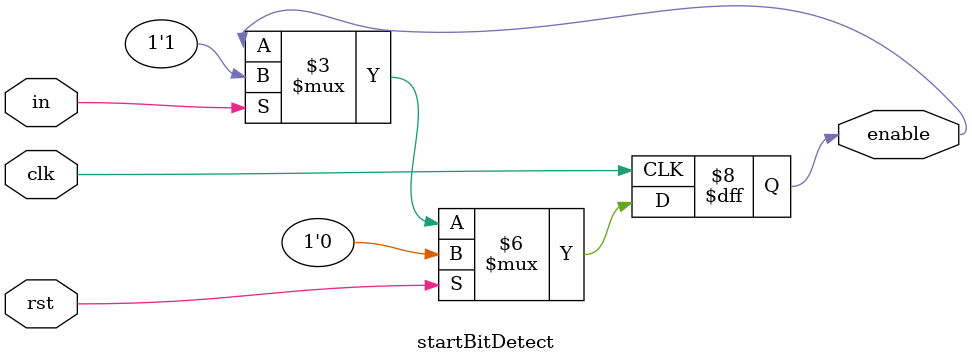
<source format=sv>
module startBitDetect(enable, clk, rst, in);
	input clk, rst;
	input in;
	output reg enable;
	
	always @(posedge clk) begin
		if (rst) enable <= 0;
		else begin
			if (in) enable <= 1;
			else enable <= enable;
		end
	end
endmodule

</source>
